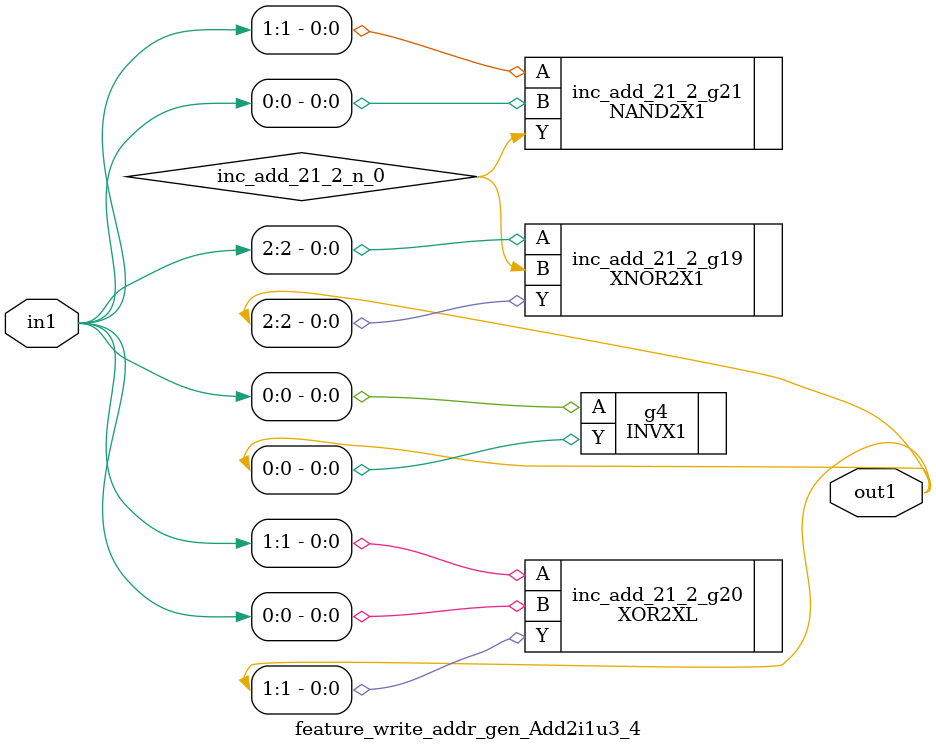
<source format=v>
`timescale 1ps / 1ps


module feature_write_addr_gen_Add2i1u3_4(in1, out1);
  input [2:0] in1;
  output [2:0] out1;
  wire [2:0] in1;
  wire [2:0] out1;
  wire inc_add_21_2_n_0;
  INVX1 g4(.A (in1[0]), .Y (out1[0]));
  XNOR2X1 inc_add_21_2_g19(.A (in1[2]), .B (inc_add_21_2_n_0), .Y
       (out1[2]));
  XOR2XL inc_add_21_2_g20(.A (in1[1]), .B (in1[0]), .Y (out1[1]));
  NAND2X1 inc_add_21_2_g21(.A (in1[1]), .B (in1[0]), .Y
       (inc_add_21_2_n_0));
endmodule


</source>
